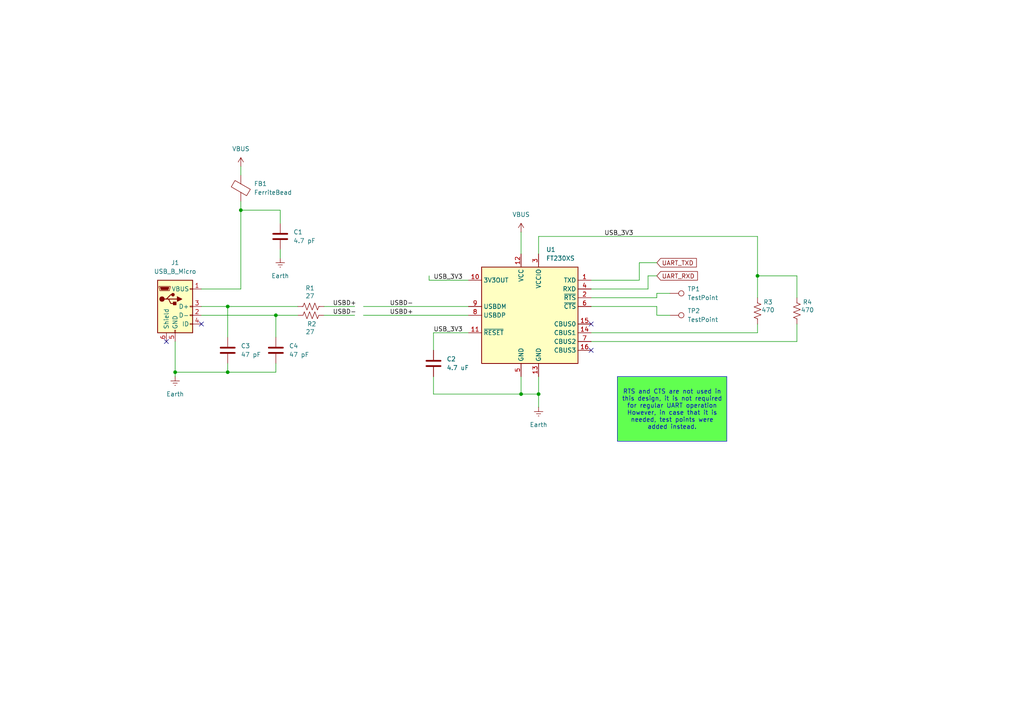
<source format=kicad_sch>
(kicad_sch (version 20231120) (generator "eeschema") (generator_version "8.0")
  (paper "A4")
  (lib_symbols
    (symbol "Connector:TestPoint" (pin_numbers hide) (pin_names (offset 0.762) hide)
      (property "Reference" "TP" (at 0 6.858 0))
      (property "Value" "TestPoint" (at 0 5.08 0))
      (symbol "TestPoint_0_1"
        (circle (center 0 3.302) (radius 0.762))
      )
      (symbol "TestPoint_1_1"
        (pin passive line (at 0 0 90) (length 2.54) (name "1") (number "1"))
      )
    )
    (symbol "Connector:USB_B_Micro" (pin_names (offset 1.016))
      (property "Reference" "J" (at -5.08 11.43 0))
      (property "Value" "USB_B_Micro" (at -5.08 8.89 0))
      (symbol "USB_B_Micro_0_1"
        (rectangle (start -5.08 -7.62) (end 5.08 7.62) (stroke (width 0.254)) (fill (type background)))
        (circle (center -3.81 2.159) (radius 0.635) (stroke (width 0.254)) (fill (type outline)))
        (circle (center -0.635 3.429) (radius 0.381) (stroke (width 0.254)) (fill (type outline)))
        (rectangle (start -0.127 -7.62) (end 0.127 -6.858))
        (polyline (pts (xy -1.905 2.159) (xy 0.635 2.159)) (stroke (width 0.254)))
        (polyline (pts (xy -3.175 2.159) (xy -2.54 2.159) (xy -1.27 3.429) (xy -0.635 3.429)) (stroke (width 0.254)))
        (polyline (pts (xy -2.54 2.159) (xy -1.905 2.159) (xy -1.27 0.889) (xy 0 0.889)) (stroke (width 0.254)))
        (polyline (pts (xy 0.635 2.794) (xy 0.635 1.524) (xy 1.905 2.159) (xy 0.635 2.794)) (stroke (width 0.254)) (fill (type outline)))
        (polyline (pts (xy -4.318 5.588) (xy -1.778 5.588) (xy -2.032 4.826) (xy -4.064 4.826) (xy -4.318 5.588)) (fill (type outline)))
        (polyline (pts (xy -4.699 5.842) (xy -4.699 5.588) (xy -4.445 4.826) (xy -4.445 4.572) (xy -1.651 4.572) (xy -1.651 4.826) (xy -1.397 5.588) (xy -1.397 5.842) (xy -4.699 5.842)))
        (rectangle (start 0.254 1.27) (end -0.508 0.508) (stroke (width 0.254)) (fill (type outline)))
        (rectangle (start 5.08 -5.207) (end 4.318 -4.953))
        (rectangle (start 5.08 -2.667) (end 4.318 -2.413))
        (rectangle (start 5.08 -0.127) (end 4.318 0.127))
        (rectangle (start 5.08 4.953) (end 4.318 5.207))
      )
      (symbol "USB_B_Micro_1_1"
        (pin power_out line (at 7.62 5.08 180) (length 2.54) (name "VBUS") (number "1"))
        (pin bidirectional line (at 7.62 -2.54 180) (length 2.54) (name "D-") (number "2"))
        (pin bidirectional line (at 7.62 0 180) (length 2.54) (name "D+") (number "3"))
        (pin passive line (at 7.62 -5.08 180) (length 2.54) (name "ID") (number "4"))
        (pin power_out line (at 0 -10.16 90) (length 2.54) (name "GND") (number "5"))
        (pin passive line (at -2.54 -10.16 90) (length 2.54) (name "Shield") (number "6"))
      )
    )
    (symbol "Device:C" (pin_numbers hide) (pin_names (offset 0.254))
      (property "Reference" "C" (at 0.635 2.54 0))
      (property "Value" "C" (at 0.635 -2.54 0))
      (symbol "C_0_1"
        (polyline (pts (xy -2.032 -0.762) (xy 2.032 -0.762)) (stroke (width 0.508)))
        (polyline (pts (xy -2.032 0.762) (xy 2.032 0.762)) (stroke (width 0.508)))
      )
      (symbol "C_1_1"
        (pin passive line (at 0 3.81 270) (length 2.794) (name "~") (number "1"))
        (pin passive line (at 0 -3.81 90) (length 2.794) (name "~") (number "2"))
      )
    )
    (symbol "Device:FerriteBead" (pin_numbers hide) (pin_names (offset 0))
      (property "Reference" "FB" (at -3.81 0.635 90))
      (property "Value" "FerriteBead" (at 3.81 0 90))
      (symbol "FerriteBead_0_1"
        (polyline (pts (xy 0 -1.27) (xy 0 -1.2192)))
        (polyline (pts (xy 0 1.27) (xy 0 1.2954)))
        (polyline (pts (xy -2.7686 0.4064) (xy -1.7018 2.2606) (xy 2.7686 -0.3048) (xy 1.6764 -2.159) (xy -2.7686 0.4064)))
      )
      (symbol "FerriteBead_1_1"
        (pin passive line (at 0 3.81 270) (length 2.54) (name "~") (number "1"))
        (pin passive line (at 0 -3.81 90) (length 2.54) (name "~") (number "2"))
      )
    )
    (symbol "Device:R_US" (pin_numbers hide) (pin_names (offset 0))
      (property "Reference" "R" (at 2.54 0 90))
      (property "Value" "R_US" (at -2.54 0 90))
      (symbol "R_US_0_1"
        (polyline (pts (xy 0 -2.286) (xy 0 -2.54)))
        (polyline (pts (xy 0 2.286) (xy 0 2.54)))
        (polyline (pts (xy 0 -0.762) (xy 1.016 -1.143) (xy 0 -1.524) (xy -1.016 -1.905) (xy 0 -2.286)))
        (polyline (pts (xy 0 0.762) (xy 1.016 0.381) (xy 0 0) (xy -1.016 -0.381) (xy 0 -0.762)))
        (polyline (pts (xy 0 2.286) (xy 1.016 1.905) (xy 0 1.524) (xy -1.016 1.143) (xy 0 0.762)))
      )
      (symbol "R_US_1_1"
        (pin passive line (at 0 3.81 270) (length 1.27) (name "~") (number "1"))
        (pin passive line (at 0 -3.81 90) (length 1.27) (name "~") (number "2"))
      )
    )
    (symbol "Interface_USB:FT230XS"
      (property "Reference" "U" (at -13.97 15.24 0))
      (property "Value" "FT230XS" (at 7.62 15.24 0))
      (symbol "FT230XS_0_1"
        (rectangle (start -13.97 13.97) (end 13.97 -13.97) (stroke (width 0.254)) (fill (type background)))
      )
      (symbol "FT230XS_1_1"
        (pin output line (at 17.78 10.16 180) (length 3.81) (name "TXD") (number "1"))
        (pin power_out line (at -17.78 10.16 0) (length 3.81) (name "3V3OUT") (number "10"))
        (pin input line (at -17.78 -5.08 0) (length 3.81) (name "~{RESET}") (number "11"))
        (pin power_in line (at -2.54 17.78 270) (length 3.81) (name "VCC") (number "12"))
        (pin power_in line (at 2.54 -17.78 90) (length 3.81) (name "GND") (number "13"))
        (pin bidirectional line (at 17.78 -5.08 180) (length 3.81) (name "CBUS1") (number "14"))
        (pin bidirectional line (at 17.78 -2.54 180) (length 3.81) (name "CBUS0") (number "15"))
        (pin bidirectional line (at 17.78 -10.16 180) (length 3.81) (name "CBUS3") (number "16"))
        (pin output line (at 17.78 5.08 180) (length 3.81) (name "~{RTS}") (number "2"))
        (pin power_in line (at 2.54 17.78 270) (length 3.81) (name "VCCIO") (number "3"))
        (pin input line (at 17.78 7.62 180) (length 3.81) (name "RXD") (number "4"))
        (pin power_in line (at -2.54 -17.78 90) (length 3.81) (name "GND") (number "5"))
        (pin input line (at 17.78 2.54 180) (length 3.81) (name "~{CTS}") (number "6"))
        (pin bidirectional line (at 17.78 -7.62 180) (length 3.81) (name "CBUS2") (number "7"))
        (pin bidirectional line (at -17.78 0 0) (length 3.81) (name "USBDP") (number "8"))
        (pin bidirectional line (at -17.78 2.54 0) (length 3.81) (name "USBDM") (number "9"))
      )
    )
    (symbol "power:Earth" (power) (pin_numbers hide) (pin_names (offset 0) hide)
      (property "Value" "Earth" (at 0 -3.81 0))
      (symbol "Earth_0_1"
        (polyline (pts (xy -0.635 -1.905) (xy 0.635 -1.905)))
        (polyline (pts (xy -0.127 -2.54) (xy 0.127 -2.54)))
        (polyline (pts (xy 0 -1.27) (xy 0 0)))
        (polyline (pts (xy 1.27 -1.27) (xy -1.27 -1.27)))
      )
      (symbol "Earth_1_1"
        (pin power_in line (at 0 0 270) (length 0) (name "~") (number "1"))
      )
    )
    (symbol "power:VBUS" (power) (pin_numbers hide) (pin_names (offset 0) hide)
      (property "Value" "VBUS" (at 0 3.556 0))
      (symbol "VBUS_0_1"
        (polyline (pts (xy -0.762 1.27) (xy 0 2.54)))
        (polyline (pts (xy 0 0) (xy 0 2.54)))
        (polyline (pts (xy 0 2.54) (xy 0.762 1.27)))
      )
      (symbol "VBUS_1_1"
        (pin power_in line (at 0 0 90) (length 0) (name "~") (number "1"))
      )
    )
  )
  (junction (at 80.01 91.44))
  (junction (at 66.04 107.95))
  (junction (at 219.71 80.01))
  (junction (at 69.85 60.96))
  (junction (at 66.04 88.9))
  (junction (at 151.13 114.3))
  (junction (at 50.8 107.95))
  (junction (at 156.21 114.3))
  (no_connect (at 48.26 99.06))
  (no_connect (at 171.45 101.6))
  (no_connect (at 58.42 93.98))
  (no_connect (at 171.45 93.98))
  (wire (pts (xy 105.41 88.9) (xy 135.89 88.9)))
  (wire (pts (xy 93.98 91.44) (xy 102.87 91.44)))
  (wire (pts (xy 185.42 81.28) (xy 171.45 81.28)))
  (wire (pts (xy 69.85 48.26) (xy 69.85 50.8)))
  (wire (pts (xy 66.04 105.41) (xy 66.04 107.95)))
  (wire (pts (xy 156.21 109.22) (xy 156.21 114.3)))
  (wire (pts (xy 81.28 64.77) (xy 81.28 60.96)))
  (wire (pts (xy 187.96 83.82) (xy 187.96 80.01)))
  (wire (pts (xy 125.73 109.22) (xy 125.73 114.3)))
  (wire (pts (xy 219.71 93.98) (xy 219.71 96.52)))
  (wire (pts (xy 81.28 72.39) (xy 81.28 74.93)))
  (wire (pts (xy 187.96 80.01) (xy 190.5 80.01)))
  (wire (pts (xy 66.04 107.95) (xy 50.8 107.95)))
  (wire (pts (xy 185.42 76.2) (xy 190.5 76.2)))
  (wire (pts (xy 190.5 85.09) (xy 194.31 85.09)))
  (wire (pts (xy 219.71 80.01) (xy 231.14 80.01)))
  (wire (pts (xy 58.42 88.9) (xy 66.04 88.9)))
  (wire (pts (xy 185.42 76.2) (xy 185.42 81.28)))
  (wire (pts (xy 190.5 91.44) (xy 194.31 91.44)))
  (wire (pts (xy 190.5 86.36) (xy 171.45 86.36)))
  (wire (pts (xy 151.13 67.31) (xy 151.13 73.66)))
  (wire (pts (xy 190.5 91.44) (xy 190.5 88.9)))
  (wire (pts (xy 190.5 85.09) (xy 190.5 86.36)))
  (wire (pts (xy 125.73 114.3) (xy 151.13 114.3)))
  (wire (pts (xy 50.8 99.06) (xy 50.8 107.95)))
  (wire (pts (xy 58.42 83.82) (xy 69.85 83.82)))
  (wire (pts (xy 80.01 97.79) (xy 80.01 91.44)))
  (wire (pts (xy 80.01 105.41) (xy 80.01 107.95)))
  (wire (pts (xy 80.01 107.95) (xy 66.04 107.95)))
  (wire (pts (xy 219.71 80.01) (xy 219.71 68.58)))
  (wire (pts (xy 231.14 93.98) (xy 231.14 99.06)))
  (wire (pts (xy 231.14 80.01) (xy 231.14 86.36)))
  (wire (pts (xy 171.45 83.82) (xy 187.96 83.82)))
  (wire (pts (xy 66.04 88.9) (xy 66.04 97.79)))
  (wire (pts (xy 151.13 114.3) (xy 156.21 114.3)))
  (wire (pts (xy 58.42 91.44) (xy 80.01 91.44)))
  (wire (pts (xy 156.21 68.58) (xy 219.71 68.58)))
  (wire (pts (xy 93.98 88.9) (xy 102.87 88.9)))
  (wire (pts (xy 156.21 114.3) (xy 156.21 118.11)))
  (wire (pts (xy 125.73 101.6) (xy 125.73 96.52)))
  (wire (pts (xy 50.8 107.95) (xy 50.8 109.22)))
  (wire (pts (xy 66.04 88.9) (xy 86.36 88.9)))
  (wire (pts (xy 190.5 88.9) (xy 171.45 88.9)))
  (wire (pts (xy 219.71 86.36) (xy 219.71 80.01)))
  (wire (pts (xy 69.85 60.96) (xy 69.85 83.82)))
  (wire (pts (xy 69.85 60.96) (xy 81.28 60.96)))
  (wire (pts (xy 69.85 60.96) (xy 69.85 58.42)))
  (wire (pts (xy 151.13 109.22) (xy 151.13 114.3)))
  (wire (pts (xy 156.21 73.66) (xy 156.21 68.58)))
  (wire (pts (xy 171.45 99.06) (xy 231.14 99.06)))
  (wire (pts (xy 135.89 81.28) (xy 124.46 81.28)))
  (wire (pts (xy 105.41 91.44) (xy 135.89 91.44)))
  (wire (pts (xy 80.01 91.44) (xy 86.36 91.44)))
  (wire (pts (xy 125.73 96.52) (xy 135.89 96.52)))
  (wire (pts (xy 124.46 80.01) (xy 124.46 81.28)))
  (wire (pts (xy 171.45 96.52) (xy 219.71 96.52)))
  (text_box "RTS and CTS are not used in this design, it is not required for regular UART operation\nHowever, in case that it is needed, test points were added instead." (at 179.07 109.22 0) (size 31.75 18.7571) (fill (type color) (color 97 255 80 1)) (effects (font (size 1.27 1.27))))
  (label "USBD-" (at 113.03 88.9 0))
  (label "USB_3V3" (at 125.73 81.28 0))
  (label "USBD-" (at 96.52 91.44 0))
  (label "USBD+" (at 113.03 91.44 0))
  (label "USB_3V3" (at 125.73 96.52 0))
  (label "USB_3V3" (at 175.26 68.58 0))
  (label "USBD+" (at 96.52 88.9 0))
  (global_label "UART_TXD" (shape input) (at 190.5 76.2 0) (property "Intersheetrefs" "${INTERSHEET_REFS}" (effects (hide yes))))
  (global_label "UART_RXD" (shape input) (at 190.5 80.01 0) (property "Intersheetrefs" "${INTERSHEET_REFS}" (effects (hide yes))))
  (symbol (lib_id "power:Earth") (at 50.8 109.22 0) (unit 1)
    (property "Reference" "#PWR03" (effects (hide yes)))
    (property "Value" "Earth" (at 50.8 114.3 0))
    (property "Description" "Power symbol creates a global label with name \"Earth\"" (effects (hide yes)))
  )
  (symbol (lib_id "Device:R_US") (at 219.71 90.17 0) (unit 1)
    (property "Reference" "R3" (at 222.758 87.63 0))
    (property "Value" "470" (at 222.758 89.916 0))
    (property "Description" "Resistor, US symbol" (effects (hide yes)))
  )
  (symbol (lib_id "Device:FerriteBead") (at 69.85 54.61 0) (unit 1)
    (property "Reference" "FB1" (at 73.66 53.2891 0) (effects (justify left)))
    (property "Value" "FerriteBead" (at 73.66 55.8291 0) (effects (justify left)))
    (property "Description" "Ferrite bead" (effects (hide yes)))
  )
  (symbol (lib_id "Device:R_US") (at 90.17 91.44 90) (unit 1)
    (property "Reference" "R2" (at 90.424 93.98 90))
    (property "Value" "27 " (at 90.424 96.266 90))
    (property "Description" "Resistor, US symbol" (effects (hide yes)))
  )
  (symbol (lib_id "Device:R_US") (at 231.14 90.17 0) (unit 1)
    (property "Reference" "R4" (at 234.188 87.63 0))
    (property "Value" "470" (at 234.188 89.916 0))
    (property "Description" "Resistor, US symbol" (effects (hide yes)))
  )
  (symbol (lib_id "Device:R_US") (at 90.17 88.9 90) (unit 1)
    (property "Reference" "R1" (at 89.916 83.566 90))
    (property "Value" "27" (at 89.916 85.852 90))
    (property "Description" "Resistor, US symbol" (effects (hide yes)))
  )
  (symbol (lib_id "Connector:TestPoint") (at 194.31 85.09 270) (unit 1)
    (property "Reference" "TP1" (at 199.39 83.8199 90) (effects (justify left)))
    (property "Value" "TestPoint" (at 199.39 86.3599 90) (effects (justify left)))
    (property "Description" "test point" (effects (hide yes)))
  )
  (symbol (lib_id "Device:C") (at 66.04 101.6 0) (unit 1)
    (property "Reference" "C3" (at 69.85 100.3299 0) (effects (justify left)))
    (property "Value" "47 pF" (at 69.85 102.8699 0) (effects (justify left)))
    (property "Description" "Unpolarized capacitor" (effects (hide yes)))
  )
  (symbol (lib_id "Device:C") (at 81.28 68.58 0) (unit 1)
    (property "Reference" "C1" (at 85.09 67.3099 0) (effects (justify left)))
    (property "Value" "4.7 pF" (at 85.09 69.8499 0) (effects (justify left)))
    (property "Description" "Unpolarized capacitor" (effects (hide yes)))
  )
  (symbol (lib_id "Connector:USB_B_Micro") (at 50.8 88.9 0) (unit 1)
    (property "Reference" "J1" (at 50.8 76.2 0))
    (property "Value" "USB_B_Micro" (at 50.8 78.74 0))
    (property "Description" "USB Micro Type B connector" (effects (hide yes)))
  )
  (symbol (lib_id "Connector:TestPoint") (at 194.31 91.44 270) (unit 1)
    (property "Reference" "TP2" (at 199.39 90.1699 90) (effects (justify left)))
    (property "Value" "TestPoint" (at 199.39 92.7099 90) (effects (justify left)))
    (property "Description" "test point" (effects (hide yes)))
  )
  (symbol (lib_id "Device:C") (at 125.73 105.41 0) (unit 1)
    (property "Reference" "C2" (at 129.54 104.1399 0) (effects (justify left)))
    (property "Value" "4.7 uF" (at 129.54 106.6799 0) (effects (justify left)))
    (property "Description" "Unpolarized capacitor" (effects (hide yes)))
  )
  (symbol (lib_id "power:VBUS") (at 69.85 48.26 0) (unit 1)
    (property "Reference" "#PWR01" (effects (hide yes)))
    (property "Value" "VBUS" (at 69.85 43.18 0))
    (property "Description" "Power symbol creates a global label with name \"VBUS\"" (effects (hide yes)))
  )
  (symbol (lib_id "Device:C") (at 80.01 101.6 0) (unit 1)
    (property "Reference" "C4" (at 83.82 100.3299 0) (effects (justify left)))
    (property "Value" "47 pF" (at 83.82 102.8699 0) (effects (justify left)))
    (property "Description" "Unpolarized capacitor" (effects (hide yes)))
  )
  (symbol (lib_id "power:VBUS") (at 151.13 67.31 0) (unit 1)
    (property "Reference" "#PWR05" (effects (hide yes)))
    (property "Value" "VBUS" (at 151.13 62.23 0))
    (property "Description" "Power symbol creates a global label with name \"VBUS\"" (effects (hide yes)))
  )
  (symbol (lib_id "Interface_USB:FT230XS") (at 153.67 91.44 0) (unit 1)
    (property "Reference" "U1" (at 158.4041 72.39 0) (effects (justify left)))
    (property "Value" "FT230XS" (at 158.4041 74.93 0) (effects (justify left)))
    (property "Footprint" "Package_SO:SSOP-16_3.9x4.9mm_P0.635mm" (effects (hide yes)))
    (property "Datasheet" "https://www.ftdichip.com/Support/Documents/DataSheets/ICs/DS_FT230X.pdf" (effects (hide yes)))
    (property "Description" "Full Speed USB to Basic UART, SSOP-16" (effects (hide yes)))
  )
  (symbol (lib_id "power:Earth") (at 81.28 74.93 0) (unit 1)
    (property "Reference" "#PWR02" (effects (hide yes)))
    (property "Value" "Earth" (at 81.28 80.01 0))
    (property "Description" "Power symbol creates a global label with name \"Earth\"" (effects (hide yes)))
  )
  (symbol (lib_id "power:Earth") (at 156.21 118.11 0) (unit 1)
    (property "Reference" "#PWR04" (effects (hide yes)))
    (property "Value" "Earth" (at 156.21 123.19 0))
    (property "Description" "Power symbol creates a global label with name \"Earth\"" (effects (hide yes)))
  )
)
</source>
